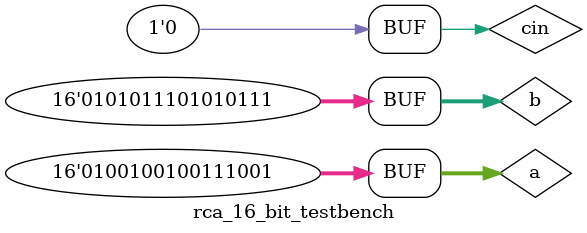
<source format=v>
`timescale 1ns / 1ps


module rca_16_bit_testbench;

	// Inputs
	reg [15:0] a;
	reg [15:0] b;
	reg cin;

	// Outputs
	wire cout;
	wire [15:0] sum;

	// Instantiate the Unit Under Test (UUT)
	rca_16_bit uut (
		.a(a), 
		.b(b), 
		.cin(cin), 
		.cout(cout), 
		.sum(sum)
	);

	initial begin
		// Initialize Inputs
        a = 16'b1111111100111111;
        b = 16'b0101010101010101;
        cin = 0;
        #20;
        a = 16'b1100111100111001;
        b = 16'b0111010101010101;
        cin = 0;
        #20;
        a = 16'b0100100100111001;
        b = 16'b0101011101010111;
        cin = 0;
        #20;
        
		// Add stimulus here

	end
      
endmodule


</source>
